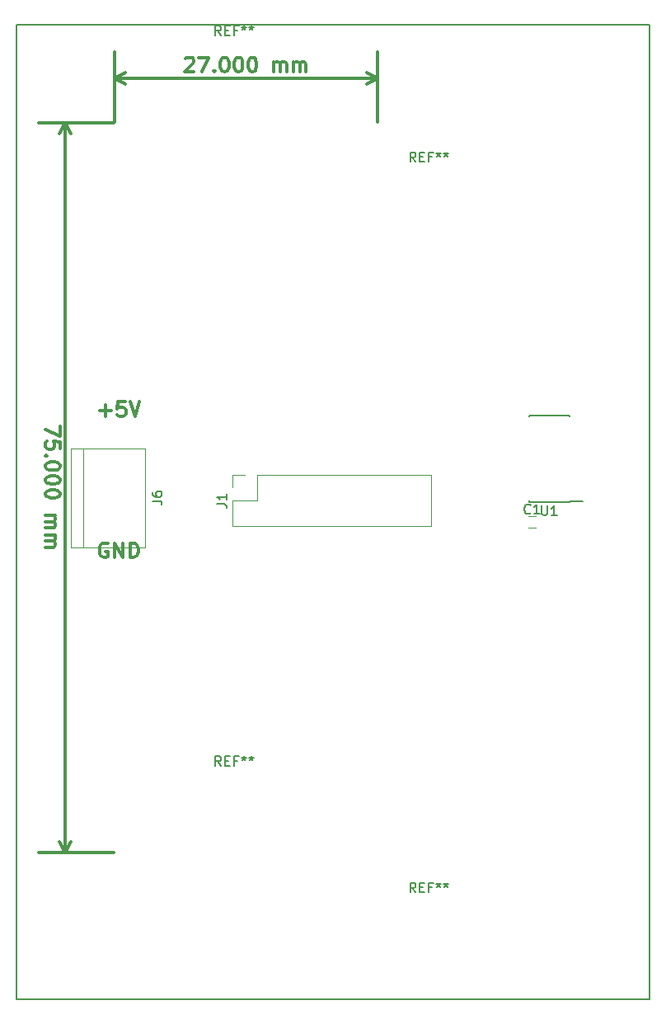
<source format=gto>
G04 #@! TF.FileFunction,Legend,Top*
%FSLAX46Y46*%
G04 Gerber Fmt 4.6, Leading zero omitted, Abs format (unit mm)*
G04 Created by KiCad (PCBNEW 4.0.7) date 2018 February 26, Monday 17:11:22*
%MOMM*%
%LPD*%
G01*
G04 APERTURE LIST*
%ADD10C,0.100000*%
%ADD11C,0.300000*%
%ADD12C,0.150000*%
%ADD13C,0.120000*%
G04 APERTURE END LIST*
D10*
D11*
X92363844Y-48458131D02*
X92435273Y-48386702D01*
X92578130Y-48315273D01*
X92935273Y-48315273D01*
X93078130Y-48386702D01*
X93149559Y-48458131D01*
X93220987Y-48600988D01*
X93220987Y-48743845D01*
X93149559Y-48958131D01*
X92292416Y-49815273D01*
X93220987Y-49815273D01*
X93720987Y-48315273D02*
X94720987Y-48315273D01*
X94078130Y-49815273D01*
X95292415Y-49672416D02*
X95363843Y-49743845D01*
X95292415Y-49815273D01*
X95220986Y-49743845D01*
X95292415Y-49672416D01*
X95292415Y-49815273D01*
X96292415Y-48315273D02*
X96435272Y-48315273D01*
X96578129Y-48386702D01*
X96649558Y-48458131D01*
X96720987Y-48600988D01*
X96792415Y-48886702D01*
X96792415Y-49243845D01*
X96720987Y-49529559D01*
X96649558Y-49672416D01*
X96578129Y-49743845D01*
X96435272Y-49815273D01*
X96292415Y-49815273D01*
X96149558Y-49743845D01*
X96078129Y-49672416D01*
X96006701Y-49529559D01*
X95935272Y-49243845D01*
X95935272Y-48886702D01*
X96006701Y-48600988D01*
X96078129Y-48458131D01*
X96149558Y-48386702D01*
X96292415Y-48315273D01*
X97720986Y-48315273D02*
X97863843Y-48315273D01*
X98006700Y-48386702D01*
X98078129Y-48458131D01*
X98149558Y-48600988D01*
X98220986Y-48886702D01*
X98220986Y-49243845D01*
X98149558Y-49529559D01*
X98078129Y-49672416D01*
X98006700Y-49743845D01*
X97863843Y-49815273D01*
X97720986Y-49815273D01*
X97578129Y-49743845D01*
X97506700Y-49672416D01*
X97435272Y-49529559D01*
X97363843Y-49243845D01*
X97363843Y-48886702D01*
X97435272Y-48600988D01*
X97506700Y-48458131D01*
X97578129Y-48386702D01*
X97720986Y-48315273D01*
X99149557Y-48315273D02*
X99292414Y-48315273D01*
X99435271Y-48386702D01*
X99506700Y-48458131D01*
X99578129Y-48600988D01*
X99649557Y-48886702D01*
X99649557Y-49243845D01*
X99578129Y-49529559D01*
X99506700Y-49672416D01*
X99435271Y-49743845D01*
X99292414Y-49815273D01*
X99149557Y-49815273D01*
X99006700Y-49743845D01*
X98935271Y-49672416D01*
X98863843Y-49529559D01*
X98792414Y-49243845D01*
X98792414Y-48886702D01*
X98863843Y-48600988D01*
X98935271Y-48458131D01*
X99006700Y-48386702D01*
X99149557Y-48315273D01*
X101435271Y-49815273D02*
X101435271Y-48815273D01*
X101435271Y-48958131D02*
X101506699Y-48886702D01*
X101649557Y-48815273D01*
X101863842Y-48815273D01*
X102006699Y-48886702D01*
X102078128Y-49029559D01*
X102078128Y-49815273D01*
X102078128Y-49029559D02*
X102149557Y-48886702D01*
X102292414Y-48815273D01*
X102506699Y-48815273D01*
X102649557Y-48886702D01*
X102720985Y-49029559D01*
X102720985Y-49815273D01*
X103435271Y-49815273D02*
X103435271Y-48815273D01*
X103435271Y-48958131D02*
X103506699Y-48886702D01*
X103649557Y-48815273D01*
X103863842Y-48815273D01*
X104006699Y-48886702D01*
X104078128Y-49029559D01*
X104078128Y-49815273D01*
X104078128Y-49029559D02*
X104149557Y-48886702D01*
X104292414Y-48815273D01*
X104506699Y-48815273D01*
X104649557Y-48886702D01*
X104720985Y-49029559D01*
X104720985Y-49815273D01*
X85078129Y-50486702D02*
X112078129Y-50486702D01*
X85078129Y-54986702D02*
X85078129Y-47786702D01*
X112078129Y-54986702D02*
X112078129Y-47786702D01*
X112078129Y-50486702D02*
X110951625Y-51073123D01*
X112078129Y-50486702D02*
X110951625Y-49900281D01*
X85078129Y-50486702D02*
X86204633Y-51073123D01*
X85078129Y-50486702D02*
X86204633Y-49900281D01*
X84357143Y-98250000D02*
X84214286Y-98178571D01*
X84000000Y-98178571D01*
X83785715Y-98250000D01*
X83642857Y-98392857D01*
X83571429Y-98535714D01*
X83500000Y-98821429D01*
X83500000Y-99035714D01*
X83571429Y-99321429D01*
X83642857Y-99464286D01*
X83785715Y-99607143D01*
X84000000Y-99678571D01*
X84142857Y-99678571D01*
X84357143Y-99607143D01*
X84428572Y-99535714D01*
X84428572Y-99035714D01*
X84142857Y-99035714D01*
X85071429Y-99678571D02*
X85071429Y-98178571D01*
X85928572Y-99678571D01*
X85928572Y-98178571D01*
X86642858Y-99678571D02*
X86642858Y-98178571D01*
X87000001Y-98178571D01*
X87214286Y-98250000D01*
X87357144Y-98392857D01*
X87428572Y-98535714D01*
X87500001Y-98821429D01*
X87500001Y-99035714D01*
X87428572Y-99321429D01*
X87357144Y-99464286D01*
X87214286Y-99607143D01*
X87000001Y-99678571D01*
X86642858Y-99678571D01*
X83571429Y-84607143D02*
X84714286Y-84607143D01*
X84142857Y-85178571D02*
X84142857Y-84035714D01*
X86142858Y-83678571D02*
X85428572Y-83678571D01*
X85357143Y-84392857D01*
X85428572Y-84321429D01*
X85571429Y-84250000D01*
X85928572Y-84250000D01*
X86071429Y-84321429D01*
X86142858Y-84392857D01*
X86214286Y-84535714D01*
X86214286Y-84892857D01*
X86142858Y-85035714D01*
X86071429Y-85107143D01*
X85928572Y-85178571D01*
X85571429Y-85178571D01*
X85428572Y-85107143D01*
X85357143Y-85035714D01*
X86642857Y-83678571D02*
X87142857Y-85178571D01*
X87642857Y-83678571D01*
D12*
X140000000Y-45000000D02*
X75000000Y-45000000D01*
X140000000Y-145000000D02*
X140000000Y-45000000D01*
X75000000Y-145000000D02*
X140000000Y-145000000D01*
X75000000Y-45000000D02*
X75000000Y-145000000D01*
D11*
X79471429Y-86214287D02*
X79471429Y-87214287D01*
X77971429Y-86571430D01*
X79471429Y-88500001D02*
X79471429Y-87785715D01*
X78757143Y-87714286D01*
X78828571Y-87785715D01*
X78900000Y-87928572D01*
X78900000Y-88285715D01*
X78828571Y-88428572D01*
X78757143Y-88500001D01*
X78614286Y-88571429D01*
X78257143Y-88571429D01*
X78114286Y-88500001D01*
X78042857Y-88428572D01*
X77971429Y-88285715D01*
X77971429Y-87928572D01*
X78042857Y-87785715D01*
X78114286Y-87714286D01*
X78114286Y-89214286D02*
X78042857Y-89285714D01*
X77971429Y-89214286D01*
X78042857Y-89142857D01*
X78114286Y-89214286D01*
X77971429Y-89214286D01*
X79471429Y-90214286D02*
X79471429Y-90357143D01*
X79400000Y-90500000D01*
X79328571Y-90571429D01*
X79185714Y-90642858D01*
X78900000Y-90714286D01*
X78542857Y-90714286D01*
X78257143Y-90642858D01*
X78114286Y-90571429D01*
X78042857Y-90500000D01*
X77971429Y-90357143D01*
X77971429Y-90214286D01*
X78042857Y-90071429D01*
X78114286Y-90000000D01*
X78257143Y-89928572D01*
X78542857Y-89857143D01*
X78900000Y-89857143D01*
X79185714Y-89928572D01*
X79328571Y-90000000D01*
X79400000Y-90071429D01*
X79471429Y-90214286D01*
X79471429Y-91642857D02*
X79471429Y-91785714D01*
X79400000Y-91928571D01*
X79328571Y-92000000D01*
X79185714Y-92071429D01*
X78900000Y-92142857D01*
X78542857Y-92142857D01*
X78257143Y-92071429D01*
X78114286Y-92000000D01*
X78042857Y-91928571D01*
X77971429Y-91785714D01*
X77971429Y-91642857D01*
X78042857Y-91500000D01*
X78114286Y-91428571D01*
X78257143Y-91357143D01*
X78542857Y-91285714D01*
X78900000Y-91285714D01*
X79185714Y-91357143D01*
X79328571Y-91428571D01*
X79400000Y-91500000D01*
X79471429Y-91642857D01*
X79471429Y-93071428D02*
X79471429Y-93214285D01*
X79400000Y-93357142D01*
X79328571Y-93428571D01*
X79185714Y-93500000D01*
X78900000Y-93571428D01*
X78542857Y-93571428D01*
X78257143Y-93500000D01*
X78114286Y-93428571D01*
X78042857Y-93357142D01*
X77971429Y-93214285D01*
X77971429Y-93071428D01*
X78042857Y-92928571D01*
X78114286Y-92857142D01*
X78257143Y-92785714D01*
X78542857Y-92714285D01*
X78900000Y-92714285D01*
X79185714Y-92785714D01*
X79328571Y-92857142D01*
X79400000Y-92928571D01*
X79471429Y-93071428D01*
X77971429Y-95357142D02*
X78971429Y-95357142D01*
X78828571Y-95357142D02*
X78900000Y-95428570D01*
X78971429Y-95571428D01*
X78971429Y-95785713D01*
X78900000Y-95928570D01*
X78757143Y-95999999D01*
X77971429Y-95999999D01*
X78757143Y-95999999D02*
X78900000Y-96071428D01*
X78971429Y-96214285D01*
X78971429Y-96428570D01*
X78900000Y-96571428D01*
X78757143Y-96642856D01*
X77971429Y-96642856D01*
X77971429Y-97357142D02*
X78971429Y-97357142D01*
X78828571Y-97357142D02*
X78900000Y-97428570D01*
X78971429Y-97571428D01*
X78971429Y-97785713D01*
X78900000Y-97928570D01*
X78757143Y-97999999D01*
X77971429Y-97999999D01*
X78757143Y-97999999D02*
X78900000Y-98071428D01*
X78971429Y-98214285D01*
X78971429Y-98428570D01*
X78900000Y-98571428D01*
X78757143Y-98642856D01*
X77971429Y-98642856D01*
X80000000Y-55000000D02*
X80000000Y-130000000D01*
X85000000Y-55000000D02*
X77300000Y-55000000D01*
X85000000Y-130000000D02*
X77300000Y-130000000D01*
X80000000Y-130000000D02*
X79413579Y-128873496D01*
X80000000Y-130000000D02*
X80586421Y-128873496D01*
X80000000Y-55000000D02*
X79413579Y-56126504D01*
X80000000Y-55000000D02*
X80586421Y-56126504D01*
D13*
X99730000Y-91230000D02*
X117570000Y-91230000D01*
X117570000Y-91230000D02*
X117570000Y-96430000D01*
X117570000Y-96430000D02*
X97130000Y-96430000D01*
X97130000Y-96430000D02*
X97130000Y-93830000D01*
X97130000Y-93830000D02*
X99730000Y-93830000D01*
X99730000Y-93830000D02*
X99730000Y-91230000D01*
X98460000Y-91230000D02*
X97130000Y-91230000D01*
X97130000Y-91230000D02*
X97130000Y-92500000D01*
X81860000Y-98620000D02*
X81860000Y-88460000D01*
X80590000Y-98620000D02*
X88210000Y-98620000D01*
X88210000Y-98620000D02*
X88210000Y-88460000D01*
X88210000Y-88460000D02*
X80590000Y-88460000D01*
X80590000Y-88460000D02*
X80590000Y-98620000D01*
D12*
X131784384Y-93957896D02*
X131784384Y-93932896D01*
X127634384Y-93957896D02*
X127634384Y-93842896D01*
X127634384Y-85057896D02*
X127634384Y-85172896D01*
X131784384Y-85057896D02*
X131784384Y-85172896D01*
X131784384Y-93957896D02*
X127634384Y-93957896D01*
X131784384Y-85057896D02*
X127634384Y-85057896D01*
X131784384Y-93932896D02*
X133159384Y-93932896D01*
D13*
X127600000Y-95400000D02*
X128300000Y-95400000D01*
X128300000Y-96600000D02*
X127600000Y-96600000D01*
D12*
X95582381Y-94163333D02*
X96296667Y-94163333D01*
X96439524Y-94210953D01*
X96534762Y-94306191D01*
X96582381Y-94449048D01*
X96582381Y-94544286D01*
X96582381Y-93163333D02*
X96582381Y-93734762D01*
X96582381Y-93449048D02*
X95582381Y-93449048D01*
X95725238Y-93544286D01*
X95820476Y-93639524D01*
X95868095Y-93734762D01*
X88932381Y-93873333D02*
X89646667Y-93873333D01*
X89789524Y-93920953D01*
X89884762Y-94016191D01*
X89932381Y-94159048D01*
X89932381Y-94254286D01*
X88932381Y-92968571D02*
X88932381Y-93159048D01*
X88980000Y-93254286D01*
X89027619Y-93301905D01*
X89170476Y-93397143D01*
X89360952Y-93444762D01*
X89741905Y-93444762D01*
X89837143Y-93397143D01*
X89884762Y-93349524D01*
X89932381Y-93254286D01*
X89932381Y-93063809D01*
X89884762Y-92968571D01*
X89837143Y-92920952D01*
X89741905Y-92873333D01*
X89503810Y-92873333D01*
X89408571Y-92920952D01*
X89360952Y-92968571D01*
X89313333Y-93063809D01*
X89313333Y-93254286D01*
X89360952Y-93349524D01*
X89408571Y-93397143D01*
X89503810Y-93444762D01*
X128947479Y-94335277D02*
X128947479Y-95144801D01*
X128995098Y-95240039D01*
X129042717Y-95287658D01*
X129137955Y-95335277D01*
X129328432Y-95335277D01*
X129423670Y-95287658D01*
X129471289Y-95240039D01*
X129518908Y-95144801D01*
X129518908Y-94335277D01*
X130518908Y-95335277D02*
X129947479Y-95335277D01*
X130233193Y-95335277D02*
X130233193Y-94335277D01*
X130137955Y-94478134D01*
X130042717Y-94573372D01*
X129947479Y-94620991D01*
X96006667Y-46072381D02*
X95673333Y-45596190D01*
X95435238Y-46072381D02*
X95435238Y-45072381D01*
X95816191Y-45072381D01*
X95911429Y-45120000D01*
X95959048Y-45167619D01*
X96006667Y-45262857D01*
X96006667Y-45405714D01*
X95959048Y-45500952D01*
X95911429Y-45548571D01*
X95816191Y-45596190D01*
X95435238Y-45596190D01*
X96435238Y-45548571D02*
X96768572Y-45548571D01*
X96911429Y-46072381D02*
X96435238Y-46072381D01*
X96435238Y-45072381D01*
X96911429Y-45072381D01*
X97673334Y-45548571D02*
X97340000Y-45548571D01*
X97340000Y-46072381D02*
X97340000Y-45072381D01*
X97816191Y-45072381D01*
X98340000Y-45072381D02*
X98340000Y-45310476D01*
X98101905Y-45215238D02*
X98340000Y-45310476D01*
X98578096Y-45215238D01*
X98197143Y-45500952D02*
X98340000Y-45310476D01*
X98482858Y-45500952D01*
X99101905Y-45072381D02*
X99101905Y-45310476D01*
X98863810Y-45215238D02*
X99101905Y-45310476D01*
X99340001Y-45215238D01*
X98959048Y-45500952D02*
X99101905Y-45310476D01*
X99244763Y-45500952D01*
X115996667Y-59052381D02*
X115663333Y-58576190D01*
X115425238Y-59052381D02*
X115425238Y-58052381D01*
X115806191Y-58052381D01*
X115901429Y-58100000D01*
X115949048Y-58147619D01*
X115996667Y-58242857D01*
X115996667Y-58385714D01*
X115949048Y-58480952D01*
X115901429Y-58528571D01*
X115806191Y-58576190D01*
X115425238Y-58576190D01*
X116425238Y-58528571D02*
X116758572Y-58528571D01*
X116901429Y-59052381D02*
X116425238Y-59052381D01*
X116425238Y-58052381D01*
X116901429Y-58052381D01*
X117663334Y-58528571D02*
X117330000Y-58528571D01*
X117330000Y-59052381D02*
X117330000Y-58052381D01*
X117806191Y-58052381D01*
X118330000Y-58052381D02*
X118330000Y-58290476D01*
X118091905Y-58195238D02*
X118330000Y-58290476D01*
X118568096Y-58195238D01*
X118187143Y-58480952D02*
X118330000Y-58290476D01*
X118472858Y-58480952D01*
X119091905Y-58052381D02*
X119091905Y-58290476D01*
X118853810Y-58195238D02*
X119091905Y-58290476D01*
X119330001Y-58195238D01*
X118949048Y-58480952D02*
X119091905Y-58290476D01*
X119234763Y-58480952D01*
X96006667Y-121062381D02*
X95673333Y-120586190D01*
X95435238Y-121062381D02*
X95435238Y-120062381D01*
X95816191Y-120062381D01*
X95911429Y-120110000D01*
X95959048Y-120157619D01*
X96006667Y-120252857D01*
X96006667Y-120395714D01*
X95959048Y-120490952D01*
X95911429Y-120538571D01*
X95816191Y-120586190D01*
X95435238Y-120586190D01*
X96435238Y-120538571D02*
X96768572Y-120538571D01*
X96911429Y-121062381D02*
X96435238Y-121062381D01*
X96435238Y-120062381D01*
X96911429Y-120062381D01*
X97673334Y-120538571D02*
X97340000Y-120538571D01*
X97340000Y-121062381D02*
X97340000Y-120062381D01*
X97816191Y-120062381D01*
X98340000Y-120062381D02*
X98340000Y-120300476D01*
X98101905Y-120205238D02*
X98340000Y-120300476D01*
X98578096Y-120205238D01*
X98197143Y-120490952D02*
X98340000Y-120300476D01*
X98482858Y-120490952D01*
X99101905Y-120062381D02*
X99101905Y-120300476D01*
X98863810Y-120205238D02*
X99101905Y-120300476D01*
X99340001Y-120205238D01*
X98959048Y-120490952D02*
X99101905Y-120300476D01*
X99244763Y-120490952D01*
X115996667Y-134062381D02*
X115663333Y-133586190D01*
X115425238Y-134062381D02*
X115425238Y-133062381D01*
X115806191Y-133062381D01*
X115901429Y-133110000D01*
X115949048Y-133157619D01*
X115996667Y-133252857D01*
X115996667Y-133395714D01*
X115949048Y-133490952D01*
X115901429Y-133538571D01*
X115806191Y-133586190D01*
X115425238Y-133586190D01*
X116425238Y-133538571D02*
X116758572Y-133538571D01*
X116901429Y-134062381D02*
X116425238Y-134062381D01*
X116425238Y-133062381D01*
X116901429Y-133062381D01*
X117663334Y-133538571D02*
X117330000Y-133538571D01*
X117330000Y-134062381D02*
X117330000Y-133062381D01*
X117806191Y-133062381D01*
X118330000Y-133062381D02*
X118330000Y-133300476D01*
X118091905Y-133205238D02*
X118330000Y-133300476D01*
X118568096Y-133205238D01*
X118187143Y-133490952D02*
X118330000Y-133300476D01*
X118472858Y-133490952D01*
X119091905Y-133062381D02*
X119091905Y-133300476D01*
X118853810Y-133205238D02*
X119091905Y-133300476D01*
X119330001Y-133205238D01*
X118949048Y-133490952D02*
X119091905Y-133300476D01*
X119234763Y-133490952D01*
X127783334Y-95107143D02*
X127735715Y-95154762D01*
X127592858Y-95202381D01*
X127497620Y-95202381D01*
X127354762Y-95154762D01*
X127259524Y-95059524D01*
X127211905Y-94964286D01*
X127164286Y-94773810D01*
X127164286Y-94630952D01*
X127211905Y-94440476D01*
X127259524Y-94345238D01*
X127354762Y-94250000D01*
X127497620Y-94202381D01*
X127592858Y-94202381D01*
X127735715Y-94250000D01*
X127783334Y-94297619D01*
X128735715Y-95202381D02*
X128164286Y-95202381D01*
X128450000Y-95202381D02*
X128450000Y-94202381D01*
X128354762Y-94345238D01*
X128259524Y-94440476D01*
X128164286Y-94488095D01*
M02*

</source>
